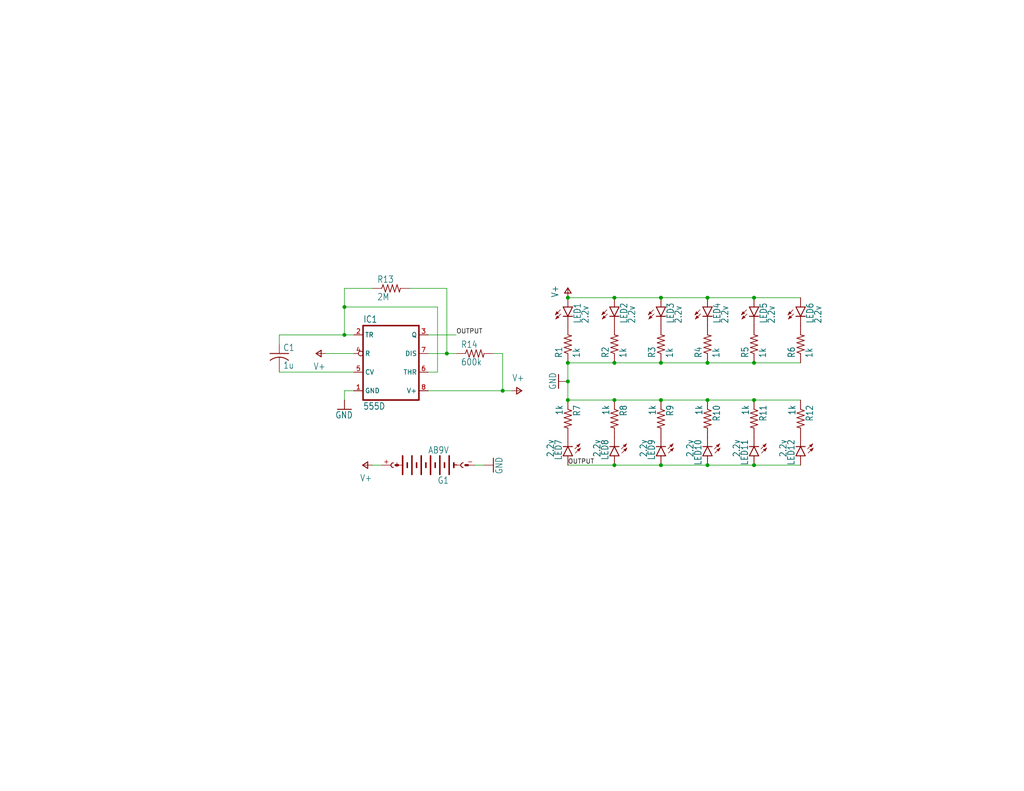
<source format=kicad_sch>
(kicad_sch (version 20230121) (generator eeschema)
  (paper "USLetter")
  (title_block (title "Ornament") (date "2019-12-03") (rev "1") (company "Savo Bajic") (comment 1 "Originally designed in EAGLE") (comment 4 "A small 555 based blinking ornament powered by a 9V battery"))
  (lib_symbols
    (symbol "cathy_ornament-eagle-import:555D"
      (property "Reference" "IC" (at -7.62 10.922 0))
      (property "Value" "555D" (at -7.62 -12.827 0))
      (symbol "555D_1_0"
        (polyline (pts (xy -7.62 -10.16) (xy 7.62 -10.16)) (stroke (width 0.4064)))
        (polyline (pts (xy -7.62 10.16) (xy -7.62 -10.16)) (stroke (width 0.4064)))
        (polyline (pts (xy 7.62 -10.16) (xy 7.62 10.16)) (stroke (width 0.4064)))
        (polyline (pts (xy 7.62 10.16) (xy -7.62 10.16)) (stroke (width 0.4064)))
        (pin power_in line (at -10.16 -7.62 0) (length 2.54) (name "GND") (number "1"))
        (pin input line (at -10.16 7.62 0) (length 2.54) (name "TR") (number "2"))
        (pin output line (at 10.16 7.62 180) (length 2.54) (name "Q") (number "3"))
        (pin input inverted (at -10.16 2.54 0) (length 2.54) (name "R") (number "4"))
        (pin input line (at -10.16 -2.54 0) (length 2.54) (name "CV") (number "5"))
        (pin input line (at 10.16 -2.54 180) (length 2.54) (name "THR") (number "6"))
        (pin input line (at 10.16 2.54 180) (length 2.54) (name "DIS") (number "7"))
        (pin power_in line (at 10.16 -7.62 180) (length 2.54) (name "V+") (number "8"))
      )
    )
    (symbol "cathy_ornament-eagle-import:AB9V"
      (property "Reference" "G" (at -5.715 3.175 0))
      (property "Value" "AB9V" (at -5.715 -5.08 0))
      (symbol "AB9V_1_0"
        (arc (start -9.525 -0.635) (mid -8.8927 0) (end -9.525 0.635) (stroke (width 0.254)))
        (polyline (pts (xy -10.16 0) (xy -10.795 0)) (stroke (width 0.6096)))
        (polyline (pts (xy -8.89 0) (xy -6.985 0)) (stroke (width 0.1524)))
        (polyline (pts (xy -6.985 0) (xy -6.985 -0.635)) (stroke (width 0.4064)))
        (polyline (pts (xy -6.985 0.635) (xy -6.985 0)) (stroke (width 0.4064)))
        (polyline (pts (xy -5.715 2.54) (xy -5.715 -2.54)) (stroke (width 0.4064)))
        (polyline (pts (xy -4.445 0.635) (xy -4.445 -0.635)) (stroke (width 0.4064)))
        (polyline (pts (xy -3.175 2.54) (xy -3.175 -2.54)) (stroke (width 0.4064)))
        (polyline (pts (xy -1.905 0.635) (xy -1.905 -0.635)) (stroke (width 0.4064)))
        (polyline (pts (xy -0.635 2.54) (xy -0.635 -2.54)) (stroke (width 0.4064)))
        (polyline (pts (xy 0.635 0.635) (xy 0.635 -0.635)) (stroke (width 0.4064)))
        (polyline (pts (xy 1.905 2.54) (xy 1.905 -2.54)) (stroke (width 0.4064)))
        (polyline (pts (xy 3.175 0.635) (xy 3.175 -0.635)) (stroke (width 0.4064)))
        (polyline (pts (xy 4.445 2.54) (xy 4.445 -2.54)) (stroke (width 0.4064)))
        (polyline (pts (xy 5.715 0.635) (xy 5.715 -0.635)) (stroke (width 0.4064)))
        (polyline (pts (xy 6.985 0) (xy 6.985 -2.54)) (stroke (width 0.4064)))
        (polyline (pts (xy 6.985 0) (xy 8.255 0)) (stroke (width 0.1524)))
        (polyline (pts (xy 6.985 2.54) (xy 6.985 0)) (stroke (width 0.4064)))
        (polyline (pts (xy 8.255 0) (xy 8.89 0)) (stroke (width 0.6096)))
        (arc (start 9.525 -0.635) (mid 10.1573 0) (end 9.525 0.635) (stroke (width 0.254)))
        (text "+" (at 7.62 0.635 0) (effects (font (size 1.524 1.2954)) (justify left bottom)))
        (text "-" (at -8.255 0.635 0) (effects (font (size 1.524 1.2954)) (justify left bottom)))
        (pin passive line (at 12.7 0 180) (length 2.54) (name "+") (number "+"))
        (pin passive line (at -12.7 0 0) (length 2.54) (name "-") (number "-"))
      )
    )
    (symbol "cathy_ornament-eagle-import:C-USC0603"
      (property "Reference" "C" (at 1.016 0.635 0))
      (property "Value" "C-USC0603" (at 1.016 -4.191 0))
      (symbol "C-USC0603_1_0"
        (arc (start 0 -1.0161) (mid -1.302 -1.2303) (end -2.4668 -1.8504) (stroke (width 0.254)))
        (polyline (pts (xy -2.54 0) (xy 2.54 0)) (stroke (width 0.254)))
        (polyline (pts (xy 0 -1.016) (xy 0 -2.54)) (stroke (width 0.1524)))
        (arc (start 2.4892 -1.8542) (mid 1.3158 -1.2195) (end 0 -1) (stroke (width 0.254)))
        (pin passive line (at 0 2.54 270) (length 2.54) (name "1") (number "1"))
        (pin passive line (at 0 -5.08 90) (length 2.54) (name "2") (number "2"))
      )
    )
    (symbol "cathy_ornament-eagle-import:GND" (power)
      (property "Value" "GND" (at -2.54 -2.54 0))
      (symbol "GND_1_0"
        (polyline (pts (xy -1.905 0) (xy 1.905 0)) (stroke (width 0.254)))
        (pin power_in line (at 0 2.54 270) (length 2.54) (name "GND") (number "1"))
      )
    )
    (symbol "cathy_ornament-eagle-import:LED5MM"
      (property "Reference" "LED" (at 3.556 -4.572 90))
      (property "Value" "LED5MM" (at 5.715 -4.572 90))
      (symbol "LED5MM_1_0"
        (polyline (pts (xy -2.032 -0.762) (xy -3.429 -2.159)) (stroke (width 0.1524)))
        (polyline (pts (xy -1.905 -1.905) (xy -3.302 -3.302)) (stroke (width 0.1524)))
        (polyline (pts (xy 0 -2.54) (xy -1.27 -2.54)) (stroke (width 0.254)))
        (polyline (pts (xy 0 -2.54) (xy -1.27 0)) (stroke (width 0.254)))
        (polyline (pts (xy 0 0) (xy -1.27 0)) (stroke (width 0.254)))
        (polyline (pts (xy 1.27 -2.54) (xy 0 -2.54)) (stroke (width 0.254)))
        (polyline (pts (xy 1.27 0) (xy 0 -2.54)) (stroke (width 0.254)))
        (polyline (pts (xy 1.27 0) (xy 0 0)) (stroke (width 0.254)))
        (polyline (pts (xy -3.429 -2.159) (xy -3.048 -1.27) (xy -2.54 -1.778)) (fill (type outline)))
        (polyline (pts (xy -3.302 -3.302) (xy -2.921 -2.413) (xy -2.413 -2.921)) (fill (type outline)))
        (pin passive line (at 0 2.54 270) (length 2.54) (name "A") (number "A"))
        (pin passive line (at 0 -5.08 90) (length 2.54) (name "C") (number "K"))
      )
    )
    (symbol "cathy_ornament-eagle-import:R-US_R0603"
      (property "Reference" "R" (at -3.81 1.4986 0))
      (property "Value" "R-US_R0603" (at -3.81 -3.302 0))
      (symbol "R-US_R0603_1_0"
        (polyline (pts (xy -2.54 0) (xy -2.159 1.016)) (stroke (width 0.2032)))
        (polyline (pts (xy -2.159 1.016) (xy -1.524 -1.016)) (stroke (width 0.2032)))
        (polyline (pts (xy -1.524 -1.016) (xy -0.889 1.016)) (stroke (width 0.2032)))
        (polyline (pts (xy -0.889 1.016) (xy -0.254 -1.016)) (stroke (width 0.2032)))
        (polyline (pts (xy -0.254 -1.016) (xy 0.381 1.016)) (stroke (width 0.2032)))
        (polyline (pts (xy 0.381 1.016) (xy 1.016 -1.016)) (stroke (width 0.2032)))
        (polyline (pts (xy 1.016 -1.016) (xy 1.651 1.016)) (stroke (width 0.2032)))
        (polyline (pts (xy 1.651 1.016) (xy 2.286 -1.016)) (stroke (width 0.2032)))
        (polyline (pts (xy 2.286 -1.016) (xy 2.54 0)) (stroke (width 0.2032)))
        (pin passive line (at -5.08 0 0) (length 2.54) (name "1") (number "1"))
        (pin passive line (at 5.08 0 180) (length 2.54) (name "2") (number "2"))
      )
    )
    (symbol "cathy_ornament-eagle-import:V+" (power)
      (property "Value" "V+" (at -2.54 -2.54 90))
      (symbol "V+_1_0"
        (polyline (pts (xy -0.889 -1.27) (xy 0.889 -1.27)) (stroke (width 0.254)))
        (polyline (pts (xy 0 0.127) (xy -0.889 -1.27)) (stroke (width 0.254)))
        (polyline (pts (xy 0.889 -1.27) (xy 0 0.127)) (stroke (width 0.254)))
        (pin power_in line (at 0 -2.54 90) (length 2.54) (name "V+") (number "1"))
      )
    )
  )
  (junction (at 193.04 109.22))
  (junction (at 154.94 104.14))
  (junction (at 137.16 106.68))
  (junction (at 193.04 99.06))
  (junction (at 167.64 99.06))
  (junction (at 180.34 81.28))
  (junction (at 154.94 99.06))
  (junction (at 121.92 96.52))
  (junction (at 167.64 81.28))
  (junction (at 93.98 91.44))
  (junction (at 180.34 99.06))
  (junction (at 205.74 99.06))
  (junction (at 193.04 127))
  (junction (at 205.74 109.22))
  (junction (at 205.74 81.28))
  (junction (at 180.34 127))
  (junction (at 193.04 81.28))
  (junction (at 205.74 127))
  (junction (at 154.94 109.22))
  (junction (at 167.64 127))
  (junction (at 93.98 83.82))
  (junction (at 180.34 109.22))
  (junction (at 154.94 81.28))
  (junction (at 167.64 109.22))
  (wire (pts (xy 121.92 96.52) (xy 116.84 96.52)))
  (wire (pts (xy 167.64 109.22) (xy 154.94 109.22)))
  (wire (pts (xy 111.76 78.74) (xy 121.92 78.74)))
  (wire (pts (xy 205.74 81.28) (xy 193.04 81.28)))
  (wire (pts (xy 119.38 83.82) (xy 119.38 101.6)))
  (wire (pts (xy 154.94 127) (xy 167.64 127)))
  (wire (pts (xy 121.92 78.74) (xy 121.92 96.52)))
  (wire (pts (xy 88.9 96.52) (xy 96.52 96.52)))
  (wire (pts (xy 137.16 96.52) (xy 137.16 106.68)))
  (wire (pts (xy 76.2 91.44) (xy 93.98 91.44)))
  (wire (pts (xy 116.84 91.44) (xy 124.46 91.44)))
  (wire (pts (xy 167.64 81.28) (xy 154.94 81.28)))
  (wire (pts (xy 76.2 93.98) (xy 76.2 91.44)))
  (wire (pts (xy 180.34 99.06) (xy 193.04 99.06)))
  (wire (pts (xy 205.74 127) (xy 218.44 127)))
  (wire (pts (xy 93.98 106.68) (xy 93.98 109.22)))
  (wire (pts (xy 205.74 99.06) (xy 218.44 99.06)))
  (wire (pts (xy 96.52 106.68) (xy 93.98 106.68)))
  (wire (pts (xy 167.64 99.06) (xy 180.34 99.06)))
  (wire (pts (xy 154.94 99.06) (xy 167.64 99.06)))
  (wire (pts (xy 93.98 91.44) (xy 96.52 91.44)))
  (wire (pts (xy 218.44 81.28) (xy 205.74 81.28)))
  (wire (pts (xy 101.6 78.74) (xy 93.98 78.74)))
  (wire (pts (xy 154.94 104.14) (xy 154.94 99.06)))
  (wire (pts (xy 93.98 78.74) (xy 93.98 83.82)))
  (wire (pts (xy 180.34 109.22) (xy 167.64 109.22)))
  (wire (pts (xy 193.04 81.28) (xy 180.34 81.28)))
  (wire (pts (xy 93.98 83.82) (xy 93.98 91.44)))
  (wire (pts (xy 116.84 106.68) (xy 137.16 106.68)))
  (wire (pts (xy 129.54 127) (xy 132.08 127)))
  (wire (pts (xy 193.04 99.06) (xy 205.74 99.06)))
  (wire (pts (xy 193.04 127) (xy 205.74 127)))
  (wire (pts (xy 93.98 83.82) (xy 119.38 83.82)))
  (wire (pts (xy 104.14 127) (xy 101.6 127)))
  (wire (pts (xy 193.04 109.22) (xy 180.34 109.22)))
  (wire (pts (xy 154.94 104.14) (xy 154.94 109.22)))
  (wire (pts (xy 119.38 101.6) (xy 116.84 101.6)))
  (wire (pts (xy 180.34 81.28) (xy 167.64 81.28)))
  (wire (pts (xy 137.16 106.68) (xy 139.7 106.68)))
  (wire (pts (xy 218.44 109.22) (xy 205.74 109.22)))
  (wire (pts (xy 134.62 96.52) (xy 137.16 96.52)))
  (wire (pts (xy 205.74 109.22) (xy 193.04 109.22)))
  (wire (pts (xy 167.64 127) (xy 180.34 127)))
  (wire (pts (xy 124.46 96.52) (xy 121.92 96.52)))
  (wire (pts (xy 96.52 101.6) (xy 76.2 101.6)))
  (wire (pts (xy 180.34 127) (xy 193.04 127)))
  (label "OUTPUT" (at 124.46 91.44 0) (effects (font (size 1.2446 1.2446))))
  (label "OUTPUT" (at 154.94 127 0) (effects (font (size 1.2446 1.2446))))
  (symbol (lib_id "cathy_ornament-eagle-import:LED5MM") (at 193.04 124.46 180) (unit 1)
    (property "Reference" "LED10" (at 189.484 119.888 90) (effects (font (size 1.778 1.5113)) (justify left bottom)))
    (property "Value" "2.2v" (at 187.325 119.888 90) (effects (font (size 1.778 1.5113)) (justify left bottom)))
    (property "Footprint" "cathy_ornament:LED5MM" (effects hide))
  )
  (symbol (lib_id "cathy_ornament-eagle-import:R-US_R0603") (at 167.64 93.98 90) (unit 1)
    (property "Reference" "R2" (at 166.1414 97.79 0) (effects (font (size 1.778 1.5113)) (justify left bottom)))
    (property "Value" "1k" (at 170.942 97.79 0) (effects (font (size 1.778 1.5113)) (justify left bottom)))
    (property "Footprint" "cathy_ornament:R0603" (effects hide))
  )
  (symbol (lib_id "cathy_ornament-eagle-import:LED5MM") (at 154.94 83.82 0) (unit 1)
    (property "Reference" "LED1" (at 158.496 88.392 90) (effects (font (size 1.778 1.5113)) (justify left bottom)))
    (property "Value" "2.2v" (at 160.655 88.392 90) (effects (font (size 1.778 1.5113)) (justify left bottom)))
    (property "Footprint" "cathy_ornament:LED5MM" (effects hide))
  )
  (symbol (lib_id "cathy_ornament-eagle-import:AB9V") (at 116.84 127 180) (unit 1)
    (property "Reference" "G1" (at 122.555 130.175 0) (effects (font (size 1.778 1.5113)) (justify left bottom)))
    (property "Value" "AB9V" (at 122.555 121.92 0) (effects (font (size 1.778 1.5113)) (justify left bottom)))
    (property "Footprint" "cathy_ornament:AB9V" (effects hide))
  )
  (symbol (lib_id "cathy_ornament-eagle-import:LED5MM") (at 218.44 83.82 0) (unit 1)
    (property "Reference" "LED6" (at 221.996 88.392 90) (effects (font (size 1.778 1.5113)) (justify left bottom)))
    (property "Value" "2.2v" (at 224.155 88.392 90) (effects (font (size 1.778 1.5113)) (justify left bottom)))
    (property "Footprint" "cathy_ornament:LED5MM" (effects hide))
  )
  (symbol (lib_id "cathy_ornament-eagle-import:LED5MM") (at 180.34 83.82 0) (unit 1)
    (property "Reference" "LED3" (at 183.896 88.392 90) (effects (font (size 1.778 1.5113)) (justify left bottom)))
    (property "Value" "2.2v" (at 186.055 88.392 90) (effects (font (size 1.778 1.5113)) (justify left bottom)))
    (property "Footprint" "cathy_ornament:LED5MM" (effects hide))
  )
  (symbol (lib_id "cathy_ornament-eagle-import:GND") (at 152.4 104.14 270) (unit 1)
    (property "Reference" "#GND3" (effects hide))
    (property "Value" "GND" (at 149.86 101.6 0) (effects (font (size 1.778 1.5113)) (justify left bottom)))
    (property "Footprint" "cathy_ornament:" (effects hide))
  )
  (symbol (lib_id "cathy_ornament-eagle-import:LED5MM") (at 167.64 83.82 0) (unit 1)
    (property "Reference" "LED2" (at 171.196 88.392 90) (effects (font (size 1.778 1.5113)) (justify left bottom)))
    (property "Value" "2.2v" (at 173.355 88.392 90) (effects (font (size 1.778 1.5113)) (justify left bottom)))
    (property "Footprint" "cathy_ornament:LED5MM" (effects hide))
  )
  (symbol (lib_id "cathy_ornament-eagle-import:R-US_R0603") (at 205.74 114.3 270) (unit 1)
    (property "Reference" "R11" (at 207.2386 110.49 0) (effects (font (size 1.778 1.5113)) (justify left bottom)))
    (property "Value" "1k" (at 202.438 110.49 0) (effects (font (size 1.778 1.5113)) (justify left bottom)))
    (property "Footprint" "cathy_ornament:R0603" (effects hide))
  )
  (symbol (lib_id "cathy_ornament-eagle-import:R-US_R0603") (at 154.94 114.3 270) (unit 1)
    (property "Reference" "R7" (at 156.4386 110.49 0) (effects (font (size 1.778 1.5113)) (justify left bottom)))
    (property "Value" "1k" (at 151.638 110.49 0) (effects (font (size 1.778 1.5113)) (justify left bottom)))
    (property "Footprint" "cathy_ornament:R0603" (effects hide))
  )
  (symbol (lib_id "cathy_ornament-eagle-import:LED5MM") (at 205.74 83.82 0) (unit 1)
    (property "Reference" "LED5" (at 209.296 88.392 90) (effects (font (size 1.778 1.5113)) (justify left bottom)))
    (property "Value" "2.2v" (at 211.455 88.392 90) (effects (font (size 1.778 1.5113)) (justify left bottom)))
    (property "Footprint" "cathy_ornament:LED5MM" (effects hide))
  )
  (symbol (lib_id "cathy_ornament-eagle-import:LED5MM") (at 167.64 124.46 180) (unit 1)
    (property "Reference" "LED8" (at 164.084 119.888 90) (effects (font (size 1.778 1.5113)) (justify left bottom)))
    (property "Value" "2.2v" (at 161.925 119.888 90) (effects (font (size 1.778 1.5113)) (justify left bottom)))
    (property "Footprint" "cathy_ornament:LED5MM" (effects hide))
  )
  (symbol (lib_id "cathy_ornament-eagle-import:GND") (at 93.98 111.76 0) (unit 1)
    (property "Reference" "#GND1" (effects hide))
    (property "Value" "GND" (at 91.44 114.3 0) (effects (font (size 1.778 1.5113)) (justify left bottom)))
    (property "Footprint" "cathy_ornament:" (effects hide))
  )
  (symbol (lib_id "cathy_ornament-eagle-import:LED5MM") (at 205.74 124.46 180) (unit 1)
    (property "Reference" "LED11" (at 202.184 119.888 90) (effects (font (size 1.778 1.5113)) (justify left bottom)))
    (property "Value" "2.2v" (at 200.025 119.888 90) (effects (font (size 1.778 1.5113)) (justify left bottom)))
    (property "Footprint" "cathy_ornament:LED5MM" (effects hide))
  )
  (symbol (lib_id "cathy_ornament-eagle-import:R-US_R0603") (at 167.64 114.3 270) (unit 1)
    (property "Reference" "R8" (at 169.1386 110.49 0) (effects (font (size 1.778 1.5113)) (justify left bottom)))
    (property "Value" "1k" (at 164.338 110.49 0) (effects (font (size 1.778 1.5113)) (justify left bottom)))
    (property "Footprint" "cathy_ornament:R0603" (effects hide))
  )
  (symbol (lib_id "cathy_ornament-eagle-import:GND") (at 134.62 127 90) (unit 1)
    (property "Reference" "#GND2" (effects hide))
    (property "Value" "GND" (at 137.16 129.54 0) (effects (font (size 1.778 1.5113)) (justify left bottom)))
    (property "Footprint" "cathy_ornament:" (effects hide))
  )
  (symbol (lib_id "cathy_ornament-eagle-import:R-US_R0603") (at 218.44 93.98 90) (unit 1)
    (property "Reference" "R6" (at 216.9414 97.79 0) (effects (font (size 1.778 1.5113)) (justify left bottom)))
    (property "Value" "1k" (at 221.742 97.79 0) (effects (font (size 1.778 1.5113)) (justify left bottom)))
    (property "Footprint" "cathy_ornament:R0603" (effects hide))
  )
  (symbol (lib_id "cathy_ornament-eagle-import:R-US_R0603") (at 205.74 93.98 90) (unit 1)
    (property "Reference" "R5" (at 204.2414 97.79 0) (effects (font (size 1.778 1.5113)) (justify left bottom)))
    (property "Value" "1k" (at 209.042 97.79 0) (effects (font (size 1.778 1.5113)) (justify left bottom)))
    (property "Footprint" "cathy_ornament:R0603" (effects hide))
  )
  (symbol (lib_id "cathy_ornament-eagle-import:R-US_R0603") (at 218.44 114.3 270) (unit 1)
    (property "Reference" "R12" (at 219.9386 110.49 0) (effects (font (size 1.778 1.5113)) (justify left bottom)))
    (property "Value" "1k" (at 215.138 110.49 0) (effects (font (size 1.778 1.5113)) (justify left bottom)))
    (property "Footprint" "cathy_ornament:R0603" (effects hide))
  )
  (symbol (lib_id "cathy_ornament-eagle-import:R-US_R0603") (at 106.68 78.74 0) (unit 1)
    (property "Reference" "R13" (at 102.87 77.2414 0) (effects (font (size 1.778 1.5113)) (justify left bottom)))
    (property "Value" "2M" (at 102.87 82.042 0) (effects (font (size 1.778 1.5113)) (justify left bottom)))
    (property "Footprint" "cathy_ornament:R0603" (effects hide))
  )
  (symbol (lib_id "cathy_ornament-eagle-import:R-US_R0603") (at 129.54 96.52 0) (unit 1)
    (property "Reference" "R14" (at 125.73 95.0214 0) (effects (font (size 1.778 1.5113)) (justify left bottom)))
    (property "Value" "600k" (at 125.73 99.822 0) (effects (font (size 1.778 1.5113)) (justify left bottom)))
    (property "Footprint" "cathy_ornament:R0603" (effects hide))
  )
  (symbol (lib_id "cathy_ornament-eagle-import:LED5MM") (at 218.44 124.46 180) (unit 1)
    (property "Reference" "LED12" (at 214.884 119.888 90) (effects (font (size 1.778 1.5113)) (justify left bottom)))
    (property "Value" "2.2v" (at 212.725 119.888 90) (effects (font (size 1.778 1.5113)) (justify left bottom)))
    (property "Footprint" "cathy_ornament:LED5MM" (effects hide))
  )
  (symbol (lib_id "cathy_ornament-eagle-import:V+") (at 154.94 78.74 0) (unit 1)
    (property "Reference" "#P+5" (effects hide))
    (property "Value" "V+" (at 152.4 81.28 90) (effects (font (size 1.778 1.5113)) (justify left bottom)))
    (property "Footprint" "cathy_ornament:" (effects hide))
  )
  (symbol (lib_id "cathy_ornament-eagle-import:LED5MM") (at 193.04 83.82 0) (unit 1)
    (property "Reference" "LED4" (at 196.596 88.392 90) (effects (font (size 1.778 1.5113)) (justify left bottom)))
    (property "Value" "2.2v" (at 198.755 88.392 90) (effects (font (size 1.778 1.5113)) (justify left bottom)))
    (property "Footprint" "cathy_ornament:LED5MM" (effects hide))
  )
  (symbol (lib_id "cathy_ornament-eagle-import:V+") (at 86.36 96.52 90) (unit 1)
    (property "Reference" "#P+3" (effects hide))
    (property "Value" "V+" (at 88.9 99.06 90) (effects (font (size 1.778 1.5113)) (justify left bottom)))
    (property "Footprint" "cathy_ornament:" (effects hide))
  )
  (symbol (lib_id "cathy_ornament-eagle-import:R-US_R0603") (at 180.34 114.3 270) (unit 1)
    (property "Reference" "R9" (at 181.8386 110.49 0) (effects (font (size 1.778 1.5113)) (justify left bottom)))
    (property "Value" "1k" (at 177.038 110.49 0) (effects (font (size 1.778 1.5113)) (justify left bottom)))
    (property "Footprint" "cathy_ornament:R0603" (effects hide))
  )
  (symbol (lib_id "cathy_ornament-eagle-import:R-US_R0603") (at 154.94 93.98 90) (unit 1)
    (property "Reference" "R1" (at 153.4414 97.79 0) (effects (font (size 1.778 1.5113)) (justify left bottom)))
    (property "Value" "1k" (at 158.242 97.79 0) (effects (font (size 1.778 1.5113)) (justify left bottom)))
    (property "Footprint" "cathy_ornament:R0603" (effects hide))
  )
  (symbol (lib_id "cathy_ornament-eagle-import:LED5MM") (at 154.94 124.46 180) (unit 1)
    (property "Reference" "LED7" (at 151.384 119.888 90) (effects (font (size 1.778 1.5113)) (justify left bottom)))
    (property "Value" "2.2v" (at 149.225 119.888 90) (effects (font (size 1.778 1.5113)) (justify left bottom)))
    (property "Footprint" "cathy_ornament:LED5MM" (effects hide))
  )
  (symbol (lib_id "cathy_ornament-eagle-import:R-US_R0603") (at 180.34 93.98 90) (unit 1)
    (property "Reference" "R3" (at 178.8414 97.79 0) (effects (font (size 1.778 1.5113)) (justify left bottom)))
    (property "Value" "1k" (at 183.642 97.79 0) (effects (font (size 1.778 1.5113)) (justify left bottom)))
    (property "Footprint" "cathy_ornament:R0603" (effects hide))
  )
  (symbol (lib_id "cathy_ornament-eagle-import:V+") (at 142.24 106.68 270) (unit 1)
    (property "Reference" "#P+2" (effects hide))
    (property "Value" "V+" (at 139.7 104.14 90) (effects (font (size 1.778 1.5113)) (justify left bottom)))
    (property "Footprint" "cathy_ornament:" (effects hide))
  )
  (symbol (lib_id "cathy_ornament-eagle-import:R-US_R0603") (at 193.04 114.3 270) (unit 1)
    (property "Reference" "R10" (at 194.5386 110.49 0) (effects (font (size 1.778 1.5113)) (justify left bottom)))
    (property "Value" "1k" (at 189.738 110.49 0) (effects (font (size 1.778 1.5113)) (justify left bottom)))
    (property "Footprint" "cathy_ornament:R0603" (effects hide))
  )
  (symbol (lib_id "cathy_ornament-eagle-import:LED5MM") (at 180.34 124.46 180) (unit 1)
    (property "Reference" "LED9" (at 176.784 119.888 90) (effects (font (size 1.778 1.5113)) (justify left bottom)))
    (property "Value" "2.2v" (at 174.625 119.888 90) (effects (font (size 1.778 1.5113)) (justify left bottom)))
    (property "Footprint" "cathy_ornament:LED5MM" (effects hide))
  )
  (symbol (lib_id "cathy_ornament-eagle-import:C-USC0603") (at 76.2 96.52 0) (unit 1)
    (property "Reference" "C1" (at 77.216 95.885 0) (effects (font (size 1.778 1.5113)) (justify left bottom)))
    (property "Value" "1u" (at 77.216 100.711 0) (effects (font (size 1.778 1.5113)) (justify left bottom)))
    (property "Footprint" "cathy_ornament:C0603" (effects hide))
  )
  (symbol (lib_id "cathy_ornament-eagle-import:V+") (at 99.06 127 90) (unit 1)
    (property "Reference" "#P+1" (effects hide))
    (property "Value" "V+" (at 101.6 129.54 90) (effects (font (size 1.778 1.5113)) (justify left bottom)))
    (property "Footprint" "cathy_ornament:" (effects hide))
  )
  (symbol (lib_id "cathy_ornament-eagle-import:R-US_R0603") (at 193.04 93.98 90) (unit 1)
    (property "Reference" "R4" (at 191.5414 97.79 0) (effects (font (size 1.778 1.5113)) (justify left bottom)))
    (property "Value" "1k" (at 196.342 97.79 0) (effects (font (size 1.778 1.5113)) (justify left bottom)))
    (property "Footprint" "cathy_ornament:R0603" (effects hide))
  )
  (symbol (lib_id "cathy_ornament-eagle-import:555D") (at 106.68 99.06 0) (unit 1)
    (property "Reference" "IC1" (at 99.06 88.138 0) (effects (font (size 1.778 1.5113)) (justify left bottom)))
    (property "Value" "555D" (at 99.06 111.887 0) (effects (font (size 1.778 1.5113)) (justify left bottom)))
    (property "Footprint" "cathy_ornament:SO08" (effects hide))
  )
)
</source>
